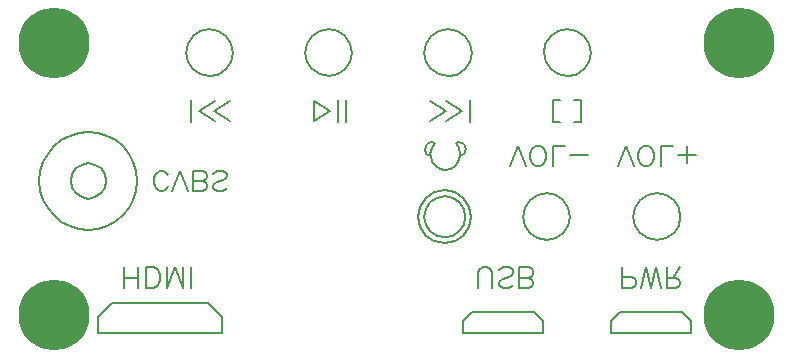
<source format=gbr>
%TF.GenerationSoftware,KiCad,Pcbnew,(5.1.9-0-10_14)*%
%TF.CreationDate,2021-02-01T04:26:24+03:00*%
%TF.ProjectId,Terraforms,54657272-6166-46f7-926d-732e6b696361,rev?*%
%TF.SameCoordinates,Original*%
%TF.FileFunction,Soldermask,Bot*%
%TF.FilePolarity,Negative*%
%FSLAX46Y46*%
G04 Gerber Fmt 4.6, Leading zero omitted, Abs format (unit mm)*
G04 Created by KiCad (PCBNEW (5.1.9-0-10_14)) date 2021-02-01 04:26:24*
%MOMM*%
%LPD*%
G01*
G04 APERTURE LIST*
%ADD10C,0.200000*%
%ADD11C,6.000000*%
G04 APERTURE END LIST*
D10*
X131042800Y-100920000D02*
X131042800Y-99154310D01*
X130027300Y-102234420D02*
X128828790Y-103344170D01*
X128828790Y-103344170D02*
X128828790Y-104713570D01*
X131442530Y-94173574D02*
X130936763Y-94785468D01*
X130936763Y-94785468D02*
X130323767Y-95290328D01*
X130323767Y-95290328D02*
X129620197Y-95671529D01*
X129620197Y-95671529D02*
X128842710Y-95912445D01*
X128842710Y-95912445D02*
X128007960Y-95996450D01*
X128007960Y-95996450D02*
X127196124Y-95916273D01*
X127196124Y-95916273D02*
X126422888Y-95681730D01*
X126422888Y-95681730D02*
X125709981Y-95301805D01*
X125709981Y-95301805D02*
X125079131Y-94785482D01*
X125079131Y-94785482D02*
X124561874Y-94155771D01*
X124561874Y-94155771D02*
X124181264Y-93444153D01*
X124181264Y-93444153D02*
X123946299Y-92672317D01*
X123946299Y-92672317D02*
X123865980Y-91861950D01*
X123865980Y-91861950D02*
X123946299Y-91051584D01*
X123946299Y-91051584D02*
X124181264Y-90279747D01*
X124181264Y-90279747D02*
X124561874Y-89568129D01*
X124561874Y-89568129D02*
X125079131Y-88938418D01*
X125079131Y-88938418D02*
X125709981Y-88422095D01*
X125709981Y-88422095D02*
X126422888Y-88042170D01*
X126422888Y-88042170D02*
X127196124Y-87807627D01*
X127196124Y-87807627D02*
X128007960Y-87727450D01*
X128007960Y-87727450D02*
X128842710Y-87811455D01*
X128842710Y-87811455D02*
X129620197Y-88052371D01*
X129620197Y-88052371D02*
X130323767Y-88433572D01*
X130323767Y-88433572D02*
X130936763Y-88938432D01*
X130936763Y-88938432D02*
X131442530Y-89550326D01*
X129508340Y-91861450D02*
X129394110Y-92434698D01*
X129394110Y-92434698D02*
X129068810Y-92920675D01*
X129068810Y-92920675D02*
X128581964Y-93245394D01*
X128581964Y-93245394D02*
X128007690Y-93359420D01*
X128007690Y-93359420D02*
X127433416Y-93245394D01*
X127433416Y-93245394D02*
X126946570Y-92920675D01*
X126946570Y-92920675D02*
X126621270Y-92434698D01*
X126621270Y-92434698D02*
X126507040Y-91861450D01*
X126507040Y-91861450D02*
X126621270Y-91288202D01*
X126621270Y-91288202D02*
X126946570Y-90802225D01*
X126946570Y-90802225D02*
X127433416Y-90477506D01*
X127433416Y-90477506D02*
X128007690Y-90363480D01*
X128007690Y-90363480D02*
X128581964Y-90477506D01*
X128581964Y-90477506D02*
X129068810Y-90802225D01*
X129068810Y-90802225D02*
X129394110Y-91288202D01*
X129394110Y-91288202D02*
X129508340Y-91861450D01*
X129508340Y-91861450D02*
X129508340Y-91861450D01*
X173928100Y-100920000D02*
X174180971Y-100835785D01*
X174180971Y-100835785D02*
X174265073Y-100751796D01*
X159503973Y-89579555D02*
X159484500Y-89786650D01*
X159410981Y-89079306D02*
X159503973Y-89579555D01*
X159155429Y-88667385D02*
X159410981Y-89079306D01*
X159421282Y-88589972D02*
X159155429Y-88667385D01*
X159828423Y-88767218D02*
X159421282Y-88589972D01*
X159997015Y-89195056D02*
X159828423Y-88767218D01*
X159848919Y-89598623D02*
X159997015Y-89195056D01*
X159484500Y-89786650D02*
X159848919Y-89598623D01*
X156994999Y-89786650D02*
X156995000Y-89786650D01*
X156630333Y-89598623D02*
X156994999Y-89786650D01*
X156482202Y-89195056D02*
X156630333Y-89598623D01*
X156650865Y-88767217D02*
X156482202Y-89195056D01*
X157057653Y-88589972D02*
X156650865Y-88767217D01*
X157324071Y-88667385D02*
X157057653Y-88589972D01*
X157068131Y-89079306D02*
X157324071Y-88667385D01*
X156974962Y-89579555D02*
X157068131Y-89079306D01*
X156995000Y-89786650D02*
X156974962Y-89579555D01*
X159340175Y-90230272D02*
X159484200Y-89786650D01*
X159064360Y-90586209D02*
X159340175Y-90230272D01*
X158687315Y-90822909D02*
X159064360Y-90586209D01*
X158239600Y-90908820D02*
X158687315Y-90822909D01*
X157791885Y-90822909D02*
X158239600Y-90908820D01*
X157414841Y-90586209D02*
X157791885Y-90822909D01*
X157139026Y-90230272D02*
X157414841Y-90586209D01*
X156995000Y-89786650D02*
X157139026Y-90230272D01*
X160451000Y-81011450D02*
X160451000Y-81011450D01*
X160299276Y-80250117D02*
X160451000Y-81011450D01*
X159867202Y-79604689D02*
X160299276Y-80250117D01*
X159220558Y-79173429D02*
X159867202Y-79604689D01*
X158457790Y-79021990D02*
X159220558Y-79173429D01*
X157695022Y-79173429D02*
X158457790Y-79021990D01*
X157048378Y-79604689D02*
X157695022Y-79173429D01*
X156616304Y-80250117D02*
X157048378Y-79604689D01*
X156464580Y-81011450D02*
X156616304Y-80250117D01*
X156621216Y-81785838D02*
X156464580Y-81011450D01*
X157048378Y-82418211D02*
X156621216Y-81785838D01*
X157681943Y-82844568D02*
X157048378Y-82418211D01*
X158457790Y-83000910D02*
X157681943Y-82844568D01*
X159220558Y-82849471D02*
X158457790Y-83000910D01*
X159867202Y-82418211D02*
X159220558Y-82849471D01*
X160299276Y-81772783D02*
X159867202Y-82418211D01*
X160451000Y-81011450D02*
X160299276Y-81772783D01*
X150353200Y-81011450D02*
X150353200Y-81011450D01*
X150201488Y-80250107D02*
X150353200Y-81011450D01*
X149769420Y-79604667D02*
X150201488Y-80250107D01*
X149122775Y-79173395D02*
X149769420Y-79604667D01*
X148360000Y-79021950D02*
X149122775Y-79173395D01*
X147597225Y-79173395D02*
X148360000Y-79021950D01*
X146950580Y-79604667D02*
X147597225Y-79173395D01*
X146518512Y-80250107D02*
X146950580Y-79604667D01*
X146366800Y-81011450D02*
X146518512Y-80250107D01*
X146523453Y-81785816D02*
X146366800Y-81011450D01*
X146950615Y-82418168D02*
X146523453Y-81785816D01*
X147584170Y-82844512D02*
X146950615Y-82418168D01*
X148360000Y-83000850D02*
X147584170Y-82844512D01*
X149135830Y-82844512D02*
X148360000Y-83000850D01*
X149769385Y-82418168D02*
X149135830Y-82844512D01*
X150196547Y-81785816D02*
X149769385Y-82418168D01*
X150353200Y-81011450D02*
X150196547Y-81785816D01*
X140255400Y-81011450D02*
X140255400Y-81011450D01*
X140103679Y-80250084D02*
X140255400Y-81011450D01*
X139671585Y-79604632D02*
X140103679Y-80250084D01*
X139024905Y-79173367D02*
X139671585Y-79604632D01*
X138262100Y-79021950D02*
X139024905Y-79173367D01*
X137499325Y-79173395D02*
X138262100Y-79021950D01*
X136852680Y-79604667D02*
X137499325Y-79173395D01*
X136420612Y-80250107D02*
X136852680Y-79604667D01*
X136268900Y-81011450D02*
X136420612Y-80250107D01*
X136425553Y-81785816D02*
X136268900Y-81011450D01*
X136852715Y-82418168D02*
X136425553Y-81785816D01*
X137486270Y-82844512D02*
X136852715Y-82418168D01*
X138262100Y-83000850D02*
X137486270Y-82844512D01*
X139024882Y-82849443D02*
X138262100Y-83000850D01*
X139671549Y-82418204D02*
X139024882Y-82849443D01*
X140103650Y-81772786D02*
X139671549Y-82418204D01*
X140255400Y-81011450D02*
X140103650Y-81772786D01*
X170548800Y-81011450D02*
X170548800Y-81011450D01*
X170397076Y-80250117D02*
X170548800Y-81011450D01*
X169965002Y-79604689D02*
X170397076Y-80250117D01*
X169318358Y-79173429D02*
X169965002Y-79604689D01*
X168555590Y-79021990D02*
X169318358Y-79173429D01*
X167792822Y-79173429D02*
X168555590Y-79021990D01*
X167146178Y-79604689D02*
X167792822Y-79173429D01*
X166714104Y-80250117D02*
X167146178Y-79604689D01*
X166562380Y-81011450D02*
X166714104Y-80250117D01*
X166719016Y-81785838D02*
X166562380Y-81011450D01*
X167146178Y-82418211D02*
X166719016Y-81785838D01*
X167779743Y-82844568D02*
X167146178Y-82418211D01*
X168555590Y-83000910D02*
X167779743Y-82844568D01*
X169318358Y-82849471D02*
X168555590Y-83000910D01*
X169965002Y-82418211D02*
X169318358Y-82849471D01*
X170397076Y-81772783D02*
X169965002Y-82418211D01*
X170548800Y-81011450D02*
X170397076Y-81772783D01*
X168803600Y-94893050D02*
X168803600Y-94893050D01*
X168651876Y-94131717D02*
X168803600Y-94893050D01*
X168219802Y-93486289D02*
X168651876Y-94131717D01*
X167573158Y-93055029D02*
X168219802Y-93486289D01*
X166810390Y-92903590D02*
X167573158Y-93055029D01*
X166047622Y-93055029D02*
X166810390Y-92903590D01*
X165400978Y-93486289D02*
X166047622Y-93055029D01*
X164968904Y-94131717D02*
X165400978Y-93486289D01*
X164817180Y-94893050D02*
X164968904Y-94131717D01*
X164973816Y-95667438D02*
X164817180Y-94893050D01*
X165400978Y-96299811D02*
X164973816Y-95667438D01*
X166034543Y-96726168D02*
X165400978Y-96299811D01*
X166810390Y-96882510D02*
X166034543Y-96726168D01*
X167573158Y-96731071D02*
X166810390Y-96882510D01*
X168219802Y-96299811D02*
X167573158Y-96731071D01*
X168651876Y-95654383D02*
X168219802Y-96299811D01*
X168803600Y-94893050D02*
X168651876Y-95654383D01*
X178139300Y-94893050D02*
X178139300Y-94893050D01*
X177987576Y-94131717D02*
X178139300Y-94893050D01*
X177555502Y-93486289D02*
X177987576Y-94131717D01*
X176908858Y-93055029D02*
X177555502Y-93486289D01*
X176146090Y-92903590D02*
X176908858Y-93055029D01*
X175383322Y-93055029D02*
X176146090Y-92903590D01*
X174736678Y-93486289D02*
X175383322Y-93055029D01*
X174304604Y-94131717D02*
X174736678Y-93486289D01*
X174152880Y-94893050D02*
X174304604Y-94131717D01*
X174309516Y-95667438D02*
X174152880Y-94893050D01*
X174736678Y-96299811D02*
X174309516Y-95667438D01*
X175370243Y-96726168D02*
X174736678Y-96299811D01*
X176146090Y-96882510D02*
X175370243Y-96726168D01*
X176908858Y-96731071D02*
X176146090Y-96882510D01*
X177555502Y-96299811D02*
X176908858Y-96731071D01*
X177987576Y-95654383D02*
X177555502Y-96299811D01*
X178139300Y-94893050D02*
X177987576Y-95654383D01*
X159926000Y-94893050D02*
X159926000Y-94893050D01*
X159792731Y-94224292D02*
X159926000Y-94893050D01*
X159413214Y-93657346D02*
X159792731Y-94224292D01*
X158845227Y-93278524D02*
X159413214Y-93657346D01*
X158175240Y-93145500D02*
X158845227Y-93278524D01*
X157505253Y-93278524D02*
X158175240Y-93145500D01*
X156937266Y-93657346D02*
X157505253Y-93278524D01*
X156557749Y-94224292D02*
X156937266Y-93657346D01*
X156424480Y-94893050D02*
X156557749Y-94224292D01*
X156557749Y-95561808D02*
X156424480Y-94893050D01*
X156937266Y-96128754D02*
X156557749Y-95561808D01*
X157505253Y-96507576D02*
X156937266Y-96128754D01*
X158175240Y-96640600D02*
X157505253Y-96507576D01*
X158845227Y-96507576D02*
X158175240Y-96640600D01*
X159413214Y-96128754D02*
X158845227Y-96507576D01*
X159792731Y-95561808D02*
X159413214Y-96128754D01*
X159926000Y-94893050D02*
X159792731Y-95561808D01*
X160426200Y-94893050D02*
X160426200Y-94893050D01*
X160254854Y-94033176D02*
X160426200Y-94893050D01*
X159766903Y-93304209D02*
X160254854Y-94033176D01*
X159036633Y-92817131D02*
X159766903Y-93304209D01*
X158175220Y-92646090D02*
X159036633Y-92817131D01*
X157313807Y-92817131D02*
X158175220Y-92646090D01*
X156583537Y-93304209D02*
X157313807Y-92817131D01*
X156095586Y-94033176D02*
X156583537Y-93304209D01*
X155924240Y-94893050D02*
X156095586Y-94033176D01*
X156095586Y-95752924D02*
X155924240Y-94893050D01*
X156583537Y-96481891D02*
X156095586Y-95752924D01*
X157313807Y-96968970D02*
X156583537Y-96481891D01*
X158175220Y-97140010D02*
X157313807Y-96968970D01*
X159036633Y-96968970D02*
X158175220Y-97140010D01*
X159766903Y-96481891D02*
X159036633Y-96968970D01*
X160254854Y-95752924D02*
X159766903Y-96481891D01*
X160426200Y-94893050D02*
X160254854Y-95752924D01*
X132149900Y-91861950D02*
X132149900Y-91861950D01*
X132065754Y-91028710D02*
X132149900Y-91861950D01*
X131824413Y-90252627D02*
X132065754Y-91028710D01*
X131442530Y-89550326D02*
X131824413Y-90252627D01*
X131824413Y-93471273D02*
X131442530Y-94173574D01*
X132065754Y-92695190D02*
X131824413Y-93471273D01*
X132149900Y-91861950D02*
X132065754Y-92695190D01*
X138144120Y-102234420D02*
X130027300Y-102234420D01*
X139342600Y-103344170D02*
X138144120Y-102234420D01*
X139342600Y-104713570D02*
X139342600Y-103344170D01*
X128828790Y-104713570D02*
X139342600Y-104713570D01*
X165755189Y-102933736D02*
X160501400Y-102933740D01*
X166531300Y-103730590D02*
X165755189Y-102933736D01*
X166531300Y-104713260D02*
X166531300Y-103730590D01*
X159725200Y-104713260D02*
X166531300Y-104713260D01*
X159725289Y-103730594D02*
X159725200Y-104713260D01*
X160501400Y-102933740D02*
X159725289Y-103730594D01*
X178278272Y-102933736D02*
X173024100Y-102933740D01*
X179054100Y-103730590D02*
X178278272Y-102933736D01*
X179054100Y-104713260D02*
X179054100Y-103730590D01*
X172248300Y-104713260D02*
X179054100Y-104713260D01*
X172248272Y-103730594D02*
X172248300Y-104713260D01*
X173024100Y-102933740D02*
X172248272Y-103730594D01*
X169737400Y-86852550D02*
X169108800Y-86852550D01*
X169737400Y-85015150D02*
X169737400Y-86852550D01*
X169107100Y-85015150D02*
X169737400Y-85015150D01*
X167336800Y-85015150D02*
X167964700Y-85015150D01*
X167336800Y-86852550D02*
X167336800Y-85015150D01*
X167966700Y-86852550D02*
X167336800Y-86852550D01*
X149836800Y-85015150D02*
X149836800Y-86852550D01*
X149163100Y-85015150D02*
X149163100Y-86852550D01*
X148489390Y-85933655D02*
X147141700Y-86789950D01*
X147141700Y-85077450D02*
X148489390Y-85933655D01*
X147141700Y-86789950D02*
X147141700Y-85077450D01*
X138657420Y-85933655D02*
X140005200Y-86789860D01*
X140005200Y-85077450D02*
X138657420Y-85933655D01*
X137359900Y-85933655D02*
X138707400Y-86789860D01*
X138707400Y-85077450D02*
X137359900Y-85933655D01*
X136686000Y-85015150D02*
X136686000Y-86852550D01*
X160292800Y-85015150D02*
X160292800Y-86852550D01*
X159619110Y-85933655D02*
X158271500Y-86789860D01*
X158271500Y-85077450D02*
X159619110Y-85933655D01*
X158321230Y-85933655D02*
X156973900Y-86789860D01*
X156973900Y-85077450D02*
X158321230Y-85933655D01*
X168781700Y-89623450D02*
X170297600Y-89623450D01*
X167349800Y-90632250D02*
X167349800Y-88866550D01*
X167349800Y-88866550D02*
X168360700Y-88866550D01*
X166254739Y-90632241D02*
X165917800Y-90632250D01*
X166423226Y-90548026D02*
X166254739Y-90632241D01*
X166591713Y-90380104D02*
X166423226Y-90548026D01*
X166676098Y-90211787D02*
X166591713Y-90380104D01*
X166760200Y-89959650D02*
X166676098Y-90211787D01*
X166760161Y-89539227D02*
X166760200Y-89959650D01*
X166676058Y-89286977D02*
X166760161Y-89539227D01*
X166591674Y-89118970D02*
X166676058Y-89286977D01*
X166423187Y-88950737D02*
X166591674Y-89118970D01*
X166254700Y-88866550D02*
X166423187Y-88950737D01*
X165917778Y-88866573D02*
X166254700Y-88866550D01*
X165749574Y-88950760D02*
X165917778Y-88866573D01*
X165581087Y-89118993D02*
X165749574Y-88950760D01*
X165496702Y-89287000D02*
X165581087Y-89118993D01*
X165412600Y-89539250D02*
X165496702Y-89287000D01*
X165412622Y-89959659D02*
X165412600Y-89539250D01*
X165496725Y-90211796D02*
X165412622Y-89959659D01*
X165581109Y-90380113D02*
X165496725Y-90211796D01*
X165749596Y-90548035D02*
X165581109Y-90380113D01*
X165917800Y-90632250D02*
X165749596Y-90548035D01*
X163728000Y-90632250D02*
X164401664Y-88866560D01*
X165075900Y-90632250D02*
X164401672Y-88866560D01*
X178673300Y-90380150D02*
X178673300Y-88866750D01*
X177915300Y-89623450D02*
X179431700Y-89623450D01*
X176483600Y-90632250D02*
X176483600Y-88866750D01*
X176483600Y-88866750D02*
X177494200Y-88866750D01*
X175388239Y-90632242D02*
X175051600Y-90632250D01*
X175556726Y-90548337D02*
X175388239Y-90632242D01*
X175725213Y-90380104D02*
X175556726Y-90548337D01*
X175809598Y-90211787D02*
X175725213Y-90380104D01*
X175893700Y-89959650D02*
X175809598Y-90211787D01*
X175893761Y-89539229D02*
X175893700Y-89959650D01*
X175809658Y-89286979D02*
X175893761Y-89539229D01*
X175725274Y-89118972D02*
X175809658Y-89286979D01*
X175556787Y-88950739D02*
X175725274Y-89118972D01*
X175388300Y-88866750D02*
X175556787Y-88950739D01*
X175051561Y-88866771D02*
X175388300Y-88866750D01*
X174883074Y-88950760D02*
X175051561Y-88866771D01*
X174714587Y-89118993D02*
X174883074Y-88950760D01*
X174630202Y-89287000D02*
X174714587Y-89118993D01*
X174546100Y-89539250D02*
X174630202Y-89287000D01*
X174546139Y-89959658D02*
X174546100Y-89539250D01*
X174630242Y-90211795D02*
X174546139Y-89959658D01*
X174714626Y-90380112D02*
X174630242Y-90211795D01*
X174883113Y-90548345D02*
X174714626Y-90380112D01*
X175051600Y-90632250D02*
X174883113Y-90548345D01*
X172861500Y-90632250D02*
X173535728Y-88866750D01*
X174209400Y-90632250D02*
X173535736Y-88866750D01*
X136686200Y-100920000D02*
X136686200Y-99154310D01*
X134664500Y-100920000D02*
X134664500Y-99154310D01*
X134664500Y-100920000D02*
X135338474Y-99154310D01*
X136012300Y-100920000D02*
X135338500Y-99154310D01*
X136012300Y-100920000D02*
X136012300Y-99154310D01*
X132895800Y-100920000D02*
X132895800Y-99154310D01*
X133485200Y-99154310D02*
X132895800Y-99154310D01*
X133738000Y-99238490D02*
X133485200Y-99154310D01*
X133906500Y-99406410D02*
X133738000Y-99238490D01*
X133990800Y-99574730D02*
X133906500Y-99406410D01*
X134075000Y-99826870D02*
X133990800Y-99574730D01*
X134074988Y-100247323D02*
X134075000Y-99826870D01*
X133990773Y-100499545D02*
X134074988Y-100247323D01*
X133906445Y-100667779D02*
X133990773Y-100499545D01*
X133737930Y-100835785D02*
X133906445Y-100667779D01*
X133485200Y-100920000D02*
X133737930Y-100835785D01*
X132895800Y-100920000D02*
X133485200Y-100920000D01*
X132221700Y-100920000D02*
X132221700Y-99154310D01*
X131042800Y-100079090D02*
X132221700Y-100079090D01*
X138751486Y-91062850D02*
X138583056Y-91230772D01*
X139004300Y-90978550D02*
X138751486Y-91062850D01*
X139340955Y-90978528D02*
X139004300Y-90978550D01*
X139593798Y-91062828D02*
X139340955Y-90978528D01*
X139762200Y-91230750D02*
X139593798Y-91062828D01*
X139762252Y-91482941D02*
X139762200Y-91230750D01*
X139678037Y-91651174D02*
X139762252Y-91482941D01*
X139593850Y-91735191D02*
X139678037Y-91651174D01*
X139425307Y-91819406D02*
X139593850Y-91735191D01*
X138920045Y-91987413D02*
X139425307Y-91819406D01*
X138751530Y-92071628D02*
X138920045Y-91987413D01*
X138667315Y-92155646D02*
X138751530Y-92071628D01*
X138583100Y-92323850D02*
X138667315Y-92155646D01*
X138583100Y-92492051D02*
X138583100Y-92323850D01*
X138751500Y-92660050D02*
X138583100Y-92492051D01*
X139004300Y-92744350D02*
X138751500Y-92660050D01*
X139340955Y-92744273D02*
X139004300Y-92744350D01*
X139593798Y-92659972D02*
X139340955Y-92744273D01*
X139762200Y-92492051D02*
X139593798Y-92659972D01*
X136898500Y-92744350D02*
X136898500Y-90978550D01*
X137909285Y-91987431D02*
X137656527Y-91903413D01*
X137993584Y-92071646D02*
X137909285Y-91987431D01*
X138077799Y-92239850D02*
X137993584Y-92071646D01*
X138077773Y-92407914D02*
X138077799Y-92239850D01*
X137993558Y-92576118D02*
X138077773Y-92407914D01*
X137909258Y-92660050D02*
X137993558Y-92576118D01*
X137656500Y-92744350D02*
X137909258Y-92660050D01*
X136898500Y-92744350D02*
X137656500Y-92744350D01*
X137656500Y-90978550D02*
X136898500Y-90978550D01*
X137909300Y-91062850D02*
X137656500Y-90978550D01*
X137993600Y-91146750D02*
X137909300Y-91062850D01*
X138077799Y-91314950D02*
X137993600Y-91146750D01*
X138077773Y-91567211D02*
X138077799Y-91314950D01*
X137993558Y-91735246D02*
X138077773Y-91567211D01*
X137909258Y-91819461D02*
X137993558Y-91735246D01*
X137656500Y-91903450D02*
X137909258Y-91819461D01*
X136898500Y-91903450D02*
X137656500Y-91903450D01*
X135129800Y-92744350D02*
X135803605Y-90978540D01*
X136477300Y-92744350D02*
X135803600Y-90978550D01*
X134708630Y-91230772D02*
X134792845Y-91399005D01*
X134540115Y-91062850D02*
X134708630Y-91230772D01*
X134371600Y-90978550D02*
X134540115Y-91062850D01*
X134034888Y-90978473D02*
X134371600Y-90978550D01*
X133866373Y-91062773D02*
X134034888Y-90978473D01*
X133697943Y-91230695D02*
X133866373Y-91062773D01*
X133613615Y-91398928D02*
X133697943Y-91230695D01*
X133529400Y-91651150D02*
X133613615Y-91398928D01*
X133529400Y-92071650D02*
X133529400Y-91651150D01*
X133613600Y-92323850D02*
X133529400Y-92071650D01*
X133697900Y-92492051D02*
X133613600Y-92323850D01*
X133866300Y-92660050D02*
X133697900Y-92492051D01*
X134034900Y-92744350D02*
X133866300Y-92660050D01*
X134371555Y-92744305D02*
X134034900Y-92744350D01*
X134540070Y-92660005D02*
X134371555Y-92744305D01*
X134708585Y-92492083D02*
X134540070Y-92660005D01*
X134792800Y-92323850D02*
X134708585Y-92492083D01*
X164511200Y-100919800D02*
X164511200Y-99154310D01*
X165521813Y-100163108D02*
X165269224Y-100079091D01*
X165606198Y-100247323D02*
X165521813Y-100163108D01*
X165690300Y-100415330D02*
X165606198Y-100247323D01*
X165690276Y-100583560D02*
X165690300Y-100415330D01*
X165606173Y-100751793D02*
X165690276Y-100583560D01*
X165521789Y-100835783D02*
X165606173Y-100751793D01*
X165269200Y-100919800D02*
X165521789Y-100835783D01*
X164511200Y-100919800D02*
X165269200Y-100919800D01*
X165269224Y-99154303D02*
X164511200Y-99154310D01*
X165521813Y-99238489D02*
X165269224Y-99154303D01*
X165606198Y-99322507D02*
X165521813Y-99238489D01*
X165690300Y-99490740D02*
X165606198Y-99322507D01*
X165690276Y-99742964D02*
X165690300Y-99490740D01*
X165606173Y-99910886D02*
X165690276Y-99742964D01*
X165521789Y-99995101D02*
X165606173Y-99910886D01*
X165269200Y-100079090D02*
X165521789Y-99995101D01*
X164511200Y-100079090D02*
X165269200Y-100079090D01*
X162911011Y-99238497D02*
X162742524Y-99406419D01*
X163163600Y-99154310D02*
X162911011Y-99238497D01*
X163500524Y-99154301D02*
X163163600Y-99154310D01*
X163753113Y-99238488D02*
X163500524Y-99154301D01*
X163921600Y-99406410D02*
X163753113Y-99238488D01*
X163921624Y-99658670D02*
X163921600Y-99406410D01*
X163837240Y-99826874D02*
X163921624Y-99658670D01*
X163753138Y-99910892D02*
X163837240Y-99826874D01*
X163584651Y-99995107D02*
X163753138Y-99910892D01*
X163079474Y-100163114D02*
X163584651Y-99995107D01*
X162910987Y-100247329D02*
X163079474Y-100163114D01*
X162826602Y-100331346D02*
X162910987Y-100247329D01*
X162742500Y-100499550D02*
X162826602Y-100331346D01*
X162742524Y-100667580D02*
X162742500Y-100499550D01*
X162911011Y-100835783D02*
X162742524Y-100667580D01*
X163163600Y-100919800D02*
X162911011Y-100835783D01*
X163500524Y-100919801D02*
X163163600Y-100919800D01*
X163753113Y-100835784D02*
X163500524Y-100919801D01*
X163921600Y-100667580D02*
X163753113Y-100835784D01*
X162152677Y-99658669D02*
X162152600Y-100919800D01*
X162068575Y-99406419D02*
X162152677Y-99658669D01*
X161899806Y-99238497D02*
X162068575Y-99406419D01*
X161647500Y-99154310D02*
X161899806Y-99238497D01*
X161478960Y-99154301D02*
X161647500Y-99154310D01*
X161226089Y-99238488D02*
X161478960Y-99154301D01*
X161057602Y-99406410D02*
X161226089Y-99238488D01*
X160973500Y-99658660D02*
X161057602Y-99406410D01*
X160973500Y-100919800D02*
X160973500Y-99658660D01*
X176960300Y-100920000D02*
X176960300Y-99154310D01*
X177718342Y-100079091D02*
X176960300Y-100079090D01*
X177970931Y-100163108D02*
X177718342Y-100079091D01*
X178055316Y-100247323D02*
X177970931Y-100163108D01*
X178139700Y-100415330D02*
X178055316Y-100247323D01*
X178139658Y-100583564D02*
X178139700Y-100415330D01*
X178055273Y-100751796D02*
X178139658Y-100583564D01*
X177970889Y-100835785D02*
X178055273Y-100751796D01*
X177718300Y-100920000D02*
X177970889Y-100835785D01*
X176960300Y-100920000D02*
X177718300Y-100920000D01*
X177549800Y-100079090D02*
X178139644Y-99154305D01*
X174770200Y-100920000D02*
X175191557Y-99154310D01*
X174265016Y-100163107D02*
X174180913Y-100079089D01*
X174349400Y-100331340D02*
X174265016Y-100163107D01*
X174349458Y-100583564D02*
X174349400Y-100331340D01*
X174265073Y-100751796D02*
X174349458Y-100583564D01*
X175612900Y-100920000D02*
X175191543Y-99154310D01*
X175612900Y-100920000D02*
X176033693Y-99154310D01*
X176455100Y-100920000D02*
X176033700Y-99154310D01*
X173170000Y-100920000D02*
X173170000Y-99154310D01*
X173928042Y-99995100D02*
X173170000Y-99995100D01*
X174180913Y-100079089D02*
X173928042Y-99995100D01*
X173170000Y-100920000D02*
X173928100Y-100920000D01*
D11*
%TO.C,REF\u002A\u002A*%
X125130000Y-80210000D03*
X183130000Y-103210000D03*
X125130000Y-103210000D03*
X183130000Y-80210000D03*
%TD*%
M02*

</source>
